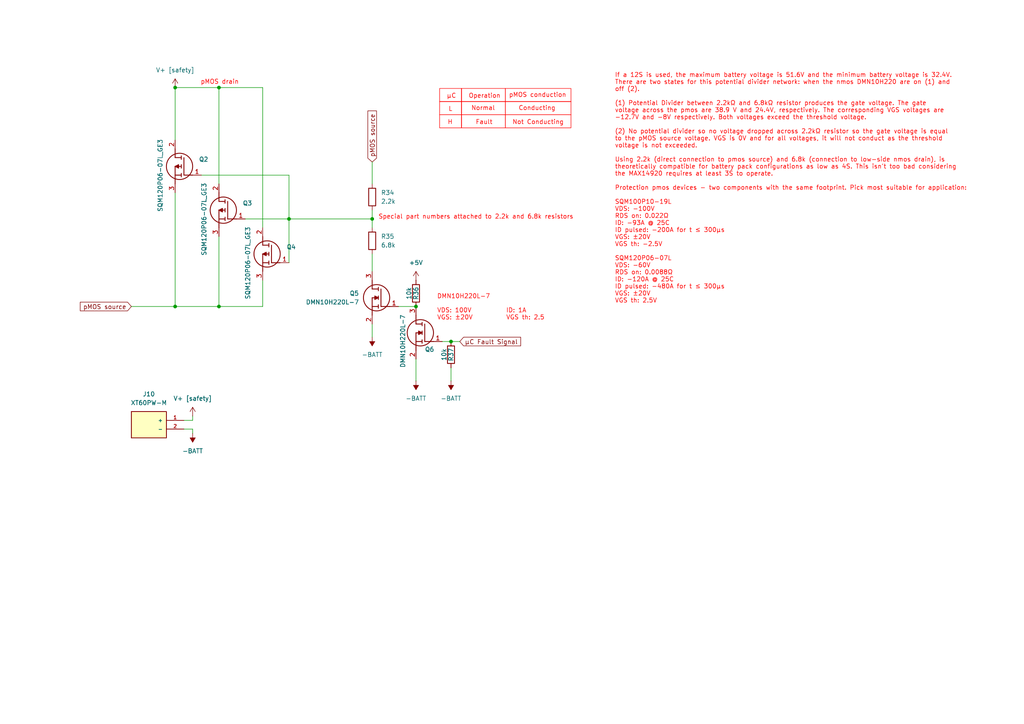
<source format=kicad_sch>
(kicad_sch (version 20250114) (generator "eeschema") (generator_version "9.0")
  (paper "A4")
  (title_block (title "IEM - Battery Management System") (date "2024-12-21") (rev "Rev 1.2") (company "Imperial Eco Marathon") (comment 1 "Designed by Anthony Ng") (comment 2 "Reviewed by "))
  (lib_symbols
    (symbol "DMN10H220L-7:DMN10H220L-7" (pin_names (hide yes))
      (property "Reference" "Q" (at 11.43 3.81 0))
      (property "Value" "DMN10H220L-7" (at 11.43 1.27 0))
      (symbol "DMN10H220L-7_1_1"
        (polyline (pts (xy 2.54 0) (xy 5.08 0)) (stroke (width 0.254)))
        (polyline (pts (xy 5.08 5.08) (xy 5.08 0)) (stroke (width 0.254)))
        (polyline (pts (xy 5.842 5.588) (xy 5.842 4.572)) (stroke (width 0.254)))
        (polyline (pts (xy 5.842 2.54) (xy 6.858 3.048) (xy 6.858 2.032) (xy 5.842 2.54)) (stroke (width 0.254)) (fill (type outline)))
        (polyline (pts (xy 5.842 2.032) (xy 5.842 3.048)) (stroke (width 0.254)))
        (polyline (pts (xy 5.842 0) (xy 7.62 0)) (stroke (width 0.254)))
        (polyline (pts (xy 5.842 -0.508) (xy 5.842 0.508)) (stroke (width 0.254)))
        (circle (center 6.35 2.54) (radius 3.81) (stroke (width 0.254)))
        (polyline (pts (xy 7.62 5.08) (xy 5.842 5.08)) (stroke (width 0.254)))
        (polyline (pts (xy 7.62 5.08) (xy 7.62 7.62)) (stroke (width 0.254)))
        (polyline (pts (xy 7.62 2.54) (xy 5.842 2.54)) (stroke (width 0.254)))
        (polyline (pts (xy 7.62 2.54) (xy 7.62 -2.54)) (stroke (width 0.254)))
        (pin passive line (at 0 0 0) (length 2.54) (name "G") (number "1"))
        (pin passive line (at 7.62 10.16 270) (length 2.54) (name "D") (number "3"))
        (pin passive line (at 7.62 -5.08 90) (length 2.54) (name "S") (number "2"))
      )
    )
    (symbol "Device:R" (pin_numbers (hide yes)) (pin_names (offset 0))
      (property "Reference" "R" (at 2.032 0 90))
      (property "Value" "R" (at 0 0 90))
      (symbol "R_0_1"
        (rectangle (start -1.016 -2.54) (end 1.016 2.54) (stroke (width 0.254)))
      )
      (symbol "R_1_1"
        (pin passive line (at 0 3.81 270) (length 1.27) (name "~") (number "1"))
        (pin passive line (at 0 -3.81 90) (length 1.27) (name "~") (number "2"))
      )
    )
    (symbol "SQM120P06-07L_GE3:SQM120P06-07L_GE3" (pin_names (hide yes))
      (property "Reference" "Q" (at 11.43 3.81 0))
      (property "Value" "SQM120P06-07L_GE3" (at 11.43 1.27 0))
      (symbol "SQM120P06-07L_GE3_1_1"
        (polyline (pts (xy 2.54 0) (xy 5.08 0)) (stroke (width 0.254)))
        (polyline (pts (xy 5.08 5.08) (xy 5.08 0)) (stroke (width 0.254)))
        (polyline (pts (xy 5.842 5.588) (xy 5.842 4.572)) (stroke (width 0.254)))
        (polyline (pts (xy 5.842 2.032) (xy 5.842 3.048)) (stroke (width 0.254)))
        (polyline (pts (xy 5.842 0) (xy 7.62 0)) (stroke (width 0.254)))
        (polyline (pts (xy 5.842 -0.508) (xy 5.842 0.508)) (stroke (width 0.254)))
        (circle (center 6.35 2.54) (radius 3.81) (stroke (width 0.254)))
        (polyline (pts (xy 7.62 5.08) (xy 5.842 5.08)) (stroke (width 0.254)))
        (polyline (pts (xy 7.62 5.08) (xy 7.62 7.62)) (stroke (width 0.254)))
        (polyline (pts (xy 7.62 2.54) (xy 5.842 2.54)) (stroke (width 0.254)))
        (polyline (pts (xy 7.62 2.54) (xy 7.62 -2.54)) (stroke (width 0.254)))
        (polyline (pts (xy 7.62 2.54) (xy 6.604 3.048) (xy 6.604 2.032) (xy 7.62 2.54)) (stroke (width 0.254)) (fill (type outline)))
        (pin passive line (at 0 0 0) (length 2.54) (name "G") (number "1"))
        (pin passive line (at 7.62 10.16 270) (length 2.54) (name "D") (number "2"))
        (pin passive line (at 7.62 -5.08 90) (length 2.54) (name "S") (number "3"))
      )
    )
    (symbol "XT60PW-M:XT60PW-M" (pin_names (offset 1.016))
      (property "Reference" "J" (at -5.08 5.7234 0))
      (property "Value" "XT60PW-M" (at -5.08 -5.0923 0))
      (symbol "XT60PW-M_0_0"
        (rectangle (start -5.08 -2.54) (end 5.08 5.08) (stroke (width 0.254)) (fill (type background)))
        (pin passive line (at -10.16 2.54 0) (length 5.08) (name "+") (number "1"))
        (pin passive line (at -10.16 0 0) (length 5.08) (name "-") (number "2"))
      )
    )
    (symbol "power:+5V" (power) (pin_numbers (hide yes)) (pin_names (offset 0) (hide yes))
      (property "Value" "+5V" (at 0 3.556 0))
      (symbol "+5V_0_1"
        (polyline (pts (xy -0.762 1.27) (xy 0 2.54)))
        (polyline (pts (xy 0 2.54) (xy 0.762 1.27)))
        (polyline (pts (xy 0 0) (xy 0 2.54)))
      )
      (symbol "+5V_1_1"
        (pin power_in line (at 0 0 90) (length 0) (name "~") (number "1"))
      )
    )
    (symbol "power:-BATT" (power) (pin_numbers (hide yes)) (pin_names (offset 0) (hide yes))
      (property "Value" "-BATT" (at 0 3.556 0))
      (symbol "-BATT_0_1"
        (polyline (pts (xy 0 0) (xy 0 2.54)))
        (polyline (pts (xy 0.762 1.27) (xy -0.762 1.27) (xy 0 2.54) (xy 0.762 1.27)) (fill (type outline)))
      )
      (symbol "-BATT_1_1"
        (pin power_in line (at 0 0 90) (length 0) (name "~") (number "1"))
      )
    )
    (symbol "power:PWR_FLAG" (power) (pin_numbers (hide yes)) (pin_names (offset 0) (hide yes))
      (property "Value" "PWR_FLAG" (at 0 3.81 0))
      (symbol "PWR_FLAG_0_0"
        (pin power_out line (at 0 0 90) (length 0) (name "~") (number "1"))
      )
      (symbol "PWR_FLAG_0_1"
        (polyline (pts (xy 0 0) (xy 0 1.27) (xy -1.016 1.905) (xy 0 2.54) (xy 1.016 1.905) (xy 0 1.27)))
      )
    )
    (symbol "power:Vdrive" (power) (pin_numbers (hide yes)) (pin_names (offset 0) (hide yes))
      (property "Value" "Vdrive" (at 0 3.556 0))
      (symbol "Vdrive_0_1"
        (polyline (pts (xy -0.762 1.27) (xy 0 2.54)))
        (polyline (pts (xy 0 2.54) (xy 0.762 1.27)))
        (polyline (pts (xy 0 0) (xy 0 2.54)))
      )
      (symbol "Vdrive_1_1"
        (pin power_in line (at 0 0 90) (length 0) (name "~") (number "1"))
      )
    )
  )
  (rectangle (start 133.858 25.654) (end 146.558 29.464) (stroke (width 0) (color 255 0 0 1)))
  (rectangle (start 146.558 29.464) (end 165.608 33.274) (stroke (width 0) (color 255 0 0 1)))
  (rectangle (start 133.858 33.274) (end 146.558 37.084) (stroke (width 0) (color 255 0 0 1)))
  (rectangle (start 133.858 29.464) (end 146.558 33.274) (stroke (width 0) (color 255 0 0 1)))
  (rectangle (start 127.508 25.654) (end 133.858 29.464) (stroke (width 0) (color 255 0 0 1)))
  (rectangle (start 127.508 33.274) (end 133.858 37.084) (stroke (width 0) (color 255 0 0 1)))
  (rectangle (start 146.558 33.274) (end 165.608 37.084) (stroke (width 0) (color 255 0 0 1)))
  (rectangle (start 146.558 25.654) (end 165.608 29.464) (stroke (width 0) (color 255 0 0 1)))
  (rectangle (start 127.508 29.464) (end 133.858 33.274) (stroke (width 0) (color 255 0 0 1)))
  (text "pMOS drain" (at 58.166 23.876 0) (effects (font (size 1.27 1.27)) (justify left)))
  (text "Normal" (at 136.652 31.496 0) (effects (font (size 1.27 1.27)) (justify left)))
  (text "Not Conducting" (at 148.59 35.56 0) (effects (font (size 1.27 1.27)) (justify left)))
  (text "pMOS conduction" (at 147.574 27.686 0) (effects (font (size 1.27 1.27)) (justify left)))
  (text "If a 12S is used, the maximum battery voltage is 51.6V and the minimum battery voltage is 32.4V.\nThere are two states for this potential divider network: when the nmos DMN10H220 are on (1) and\noff (2). \n\n(1) Potential Divider between 2.2kΩ and 6.8kΩ resistor produces the gate voltage. The gate \nvoltage across the pmos are 38.9 V and 24.4V, respectively. The corresponding VGS voltages are \n-12.7V and -8V respectively. Both voltages exceed the threshold voltage.\n\n(2) No potential divider so no voltage dropped across 2.2kΩ resistor so the gate voltage is equal\nto the pMOS source voltage. VGS is 0V and for all voltages, it will not conduct as the threshold\nvoltage is not exceeded.  \n\nUsing 2.2k (direct connection to pmos source) and 6.8k (connection to low-side nmos drain), is \ntheoretically compatible for battery pack configurations as low as 4S. This isn't too bad considering\nthe MAX14920 requires at least 3S to operate.  \n\nProtection pmos devices - two components with the same footprint. Pick most suitable for application:\n\nSQM100P10-19L\nVDS: -100V\nRDS on: 0.022Ω\nID: -93A @ 25C\nID pulsed: -200A for t ≤ 300µs\nVGS: ±20V\nVGS th: -2.5V\n\nSQM120P06-07L\nVDS: -60V\nRDS on: 0.0088Ω\nID: -120A @ 25C\nID pulsed: -480A for t ≤ 300µs\nVGS: ±20V\nVGS th: 2.5V" (at 178.308 54.61 0) (effects (font (size 1.27 1.27)) (justify left)))
  (text "Operation" (at 135.89 27.94 0) (effects (font (size 1.27 1.27)) (justify left)))
  (text "Fault" (at 137.922 35.56 0) (effects (font (size 1.27 1.27)) (justify left)))
  (text "Special part numbers attached to 2.2k and 6.8k resistors" (at 109.728 62.992 0) (effects (font (size 1.27 1.27)) (justify left)))
  (text "H" (at 129.794 35.56 0) (effects (font (size 1.27 1.27)) (justify left)))
  (text "L" (at 130.048 31.75 0) (effects (font (size 1.27 1.27)) (justify left)))
  (text "DMN10H220L-7\n\nVDS: 100V		ID: 1A\nVGS: ±20V		VGS th: 2.5" (at 126.746 89.154 0) (effects (font (size 1.27 1.27)) (justify left)))
  (text "Conducting" (at 150.368 31.496 0) (effects (font (size 1.27 1.27)) (justify left)))
  (text "µC" (at 129.54 27.94 0) (effects (font (size 1.27 1.27)) (justify left)))
  (junction (at 120.65 88.9))
  (junction (at 63.5 88.9))
  (junction (at 107.95 63.5))
  (junction (at 130.81 99.06))
  (junction (at 50.8 88.9))
  (junction (at 50.8 25.4))
  (junction (at 83.82 63.5))
  (junction (at 63.5 25.4))
  (wire (pts (xy 50.8 88.9) (xy 63.5 88.9)))
  (wire (pts (xy 53.34 124.46) (xy 55.88 124.46)))
  (wire (pts (xy 76.2 25.4) (xy 63.5 25.4)))
  (wire (pts (xy 50.8 25.4) (xy 63.5 25.4)))
  (wire (pts (xy 107.95 60.96) (xy 107.95 63.5)))
  (wire (pts (xy 50.8 55.88) (xy 50.8 88.9)))
  (wire (pts (xy 76.2 66.04) (xy 76.2 25.4)))
  (wire (pts (xy 71.12 63.5) (xy 83.82 63.5)))
  (wire (pts (xy 107.95 93.98) (xy 107.95 97.79)))
  (wire (pts (xy 128.27 99.06) (xy 130.81 99.06)))
  (wire (pts (xy 83.82 63.5) (xy 107.95 63.5)))
  (wire (pts (xy 130.81 106.68) (xy 130.81 110.49)))
  (wire (pts (xy 63.5 88.9) (xy 63.5 68.58)))
  (wire (pts (xy 55.88 120.65) (xy 55.88 121.92)))
  (wire (pts (xy 83.82 50.8) (xy 83.82 63.5)))
  (wire (pts (xy 58.42 50.8) (xy 83.82 50.8)))
  (wire (pts (xy 55.88 124.46) (xy 55.88 125.73)))
  (wire (pts (xy 107.95 63.5) (xy 107.95 66.04)))
  (wire (pts (xy 130.81 99.06) (xy 133.35 99.06)))
  (wire (pts (xy 107.95 73.66) (xy 107.95 78.74)))
  (wire (pts (xy 83.82 63.5) (xy 83.82 76.2)))
  (wire (pts (xy 120.65 104.14) (xy 120.65 110.49)))
  (wire (pts (xy 76.2 81.28) (xy 76.2 88.9)))
  (wire (pts (xy 76.2 88.9) (xy 63.5 88.9)))
  (wire (pts (xy 107.95 46.99) (xy 107.95 53.34)))
  (wire (pts (xy 55.88 121.92) (xy 53.34 121.92)))
  (wire (pts (xy 38.1 88.9) (xy 50.8 88.9)))
  (wire (pts (xy 50.8 40.64) (xy 50.8 25.4)))
  (wire (pts (xy 63.5 25.4) (xy 63.5 53.34)))
  (wire (pts (xy 115.57 88.9) (xy 120.65 88.9)))
  (global_label "pMOS source" (shape input) (at 107.95 46.99 90) (property "Intersheetrefs" "${INTERSHEET_REFS}" (effects (hide yes))))
  (global_label "µC Fault Signal" (shape input) (at 133.35 99.06 0) (property "Intersheetrefs" "${INTERSHEET_REFS}" (effects (hide yes))))
  (global_label "pMOS source" (shape input) (at 38.1 88.9 180) (property "Intersheetrefs" "${INTERSHEET_REFS}" (effects (hide yes))))
  (symbol (lib_id "DMN10H220L-7:DMN10H220L-7") (at 115.57 88.9 0) (mirror y) (unit 1)
    (property "Reference" "Q5" (at 104.14 85.0899 0) (effects (justify left)))
    (property "Value" "DMN10H220L-7" (at 104.14 87.6299 0) (effects (justify left)))
    (property "Footprint" "DMN10H220L-7:SOT96P240X115-3N" (effects (hide yes)))
    (property "Datasheet" "https://www.diodes.com//assets/Datasheets/DMN10H220L.pdf" (effects (hide yes)))
    (property "Description" "Diodes Inc DMN10H220L-7 N-channel MOSFET Transistor, 1.6 A, 100 V, 3-Pin SOT-223" (effects (hide yes)))
    (property "Height" "1.15" (effects (hide yes)))
    (property "Manufacturer_Name" "Diodes Incorporated" (effects (hide yes)))
    (property "Manufacturer_Part_Number" "DMN10H220L-7" (effects (hide yes)))
    (property "Mouser Part Number" "621-DMN10H220L-7" (effects (hide yes)))
    (property "Mouser Price/Stock" "https://www.mouser.co.uk/ProductDetail/Diodes-Incorporated/DMN10H220L-7?qs=M%2FOdCRO8QQ1UQcucluOqow%3D%3D" (effects (hide yes)))
    (property "Arrow Part Number" "DMN10H220L-7" (effects (hide yes)))
    (property "Arrow Price/Stock" "https://www.arrow.com/en/products/dmn10h220l-7/diodes-incorporated?region=asia" (effects (hide yes)))
  )
  (symbol (lib_id "SQM120P06-07L_GE3:SQM120P06-07L_GE3") (at 58.42 50.8 0) (mirror y) (unit 1)
    (property "Reference" "Q2" (at 60.452 46.228 0) (effects (justify left)))
    (property "Value" "SQM120P06-07L_GE3" (at 46.482 61.468 90) (effects (justify left)))
    (property "Footprint" "SQM120P06-07L_GE3:SQM120P0607L_GE3" (effects (hide yes)))
    (property "Datasheet" "https://datasheet.datasheetarchive.com/originals/distributors/DKDS-23/454361.pdf" (effects (hide yes)))
    (property "Description" "VISHAY - SQM120P06-07L_GE3 - MOSFET, AEC-Q101, P-CH, -60V, -120A" (effects (hide yes)))
    (property "Height" "4.826" (effects (hide yes)))
    (property "Manufacturer_Name" "Vishay" (effects (hide yes)))
    (property "Manufacturer_Part_Number" "SQM120P06-07L_GE3" (effects (hide yes)))
    (property "Mouser Part Number" "78-SQM120P06-07L_GE3" (effects (hide yes)))
    (property "Mouser Price/Stock" "https://www.mouser.co.uk/ProductDetail/Vishay-Siliconix/SQM120P06-07L_GE3?qs=jHkklCh7amhhYp5d0SzndA%3D%3D" (effects (hide yes)))
    (property "Arrow Part Number" "SQM120P06-07L_GE3" (effects (hide yes)))
    (property "Arrow Price/Stock" "https://www.arrow.com/en/products/sqm120p06-07l-ge3/vishay?region=nac" (effects (hide yes)))
  )
  (symbol (lib_id "power:-BATT") (at 130.81 110.49 0) (mirror x) (unit 1)
    (property "Reference" "#PWR081" (effects (hide yes)))
    (property "Value" "-BATT" (at 130.81 115.57 0))
    (property "Description" "Power symbol creates a global label with name \"-BATT\"" (effects (hide yes)))
  )
  (symbol (lib_id "SQM120P06-07L_GE3:SQM120P06-07L_GE3") (at 71.12 63.5 0) (mirror y) (unit 1)
    (property "Reference" "Q3" (at 73.152 58.928 0) (effects (justify left)))
    (property "Value" "SQM120P06-07L_GE3" (at 59.182 74.168 90) (effects (justify left)))
    (property "Footprint" "SQM120P06-07L_GE3:SQM120P0607L_GE3" (effects (hide yes)))
    (property "Datasheet" "https://datasheet.datasheetarchive.com/originals/distributors/DKDS-23/454361.pdf" (effects (hide yes)))
    (property "Description" "VISHAY - SQM120P06-07L_GE3 - MOSFET, AEC-Q101, P-CH, -60V, -120A" (effects (hide yes)))
    (property "Height" "4.826" (effects (hide yes)))
    (property "Manufacturer_Name" "Vishay" (effects (hide yes)))
    (property "Manufacturer_Part_Number" "SQM120P06-07L_GE3" (effects (hide yes)))
    (property "Mouser Part Number" "78-SQM120P06-07L_GE3" (effects (hide yes)))
    (property "Mouser Price/Stock" "https://www.mouser.co.uk/ProductDetail/Vishay-Siliconix/SQM120P06-07L_GE3?qs=jHkklCh7amhhYp5d0SzndA%3D%3D" (effects (hide yes)))
    (property "Arrow Part Number" "SQM120P06-07L_GE3" (effects (hide yes)))
    (property "Arrow Price/Stock" "https://www.arrow.com/en/products/sqm120p06-07l-ge3/vishay?region=nac" (effects (hide yes)))
  )
  (symbol (lib_id "Device:R") (at 107.95 69.85 0) (unit 1)
    (property "Reference" "R35" (at 110.49 68.5799 0) (effects (justify left)))
    (property "Value" "6.8k" (at 110.49 71.1199 0) (effects (justify left)))
    (property "Footprint" "Resistor_SMD:R_2512_6332Metric_Pad1.40x3.35mm_HandSolder" (effects (hide yes)))
    (property "Datasheet" "https://www.mouser.co.uk/datasheet/2/54/cr-1858361.pdf" (effects (hide yes)))
    (property "Description" "CR2512-JW-682ELF" (effects (hide yes)))
  )
  (symbol (lib_id "Device:R") (at 107.95 57.15 0) (unit 1)
    (property "Reference" "R34" (at 110.49 55.8799 0) (effects (justify left)))
    (property "Value" "2.2k" (at 110.49 58.4199 0) (effects (justify left)))
    (property "Footprint" "Resistor_SMD:R_2512_6332Metric_Pad1.40x3.35mm_HandSolder" (effects (hide yes)))
    (property "Datasheet" "https://www.mouser.co.uk/datasheet/2/447/YAGEO_PYu_RC_Group_51_RoHS_L_12-3313492.pdf" (effects (hide yes)))
    (property "Description" "RC2512JK-072K2L" (effects (hide yes)))
  )
  (symbol (lib_id "DMN10H220L-7:DMN10H220L-7") (at 128.27 99.06 0) (mirror y) (unit 1)
    (property "Reference" "Q6" (at 125.984 101.346 0) (effects (justify left)))
    (property "Value" "DMN10H220L-7" (at 116.84 106.68 90) (effects (justify left)))
    (property "Footprint" "DMN10H220L-7:SOT96P240X115-3N" (effects (hide yes)))
    (property "Datasheet" "https://www.diodes.com//assets/Datasheets/DMN10H220L.pdf" (effects (hide yes)))
    (property "Description" "Diodes Inc DMN10H220L-7 N-channel MOSFET Transistor, 1.6 A, 100 V, 3-Pin SOT-223" (effects (hide yes)))
    (property "Height" "1.15" (effects (hide yes)))
    (property "Manufacturer_Name" "Diodes Incorporated" (effects (hide yes)))
    (property "Manufacturer_Part_Number" "DMN10H220L-7" (effects (hide yes)))
    (property "Mouser Part Number" "621-DMN10H220L-7" (effects (hide yes)))
    (property "Mouser Price/Stock" "https://www.mouser.co.uk/ProductDetail/Diodes-Incorporated/DMN10H220L-7?qs=M%2FOdCRO8QQ1UQcucluOqow%3D%3D" (effects (hide yes)))
    (property "Arrow Part Number" "DMN10H220L-7" (effects (hide yes)))
    (property "Arrow Price/Stock" "https://www.arrow.com/en/products/dmn10h220l-7/diodes-incorporated?region=asia" (effects (hide yes)))
  )
  (symbol (lib_id "power:Vdrive") (at 50.8 25.4 0) (unit 1)
    (property "Reference" "#PWR075" (effects (hide yes)))
    (property "Value" "V+ [safety]" (at 50.8 20.32 0))
    (property "Description" "Power symbol creates a global label with name \"Vdrive\"" (effects (hide yes)))
  )
  (symbol (lib_id "power:Vdrive") (at 55.88 120.65 0) (unit 1)
    (property "Reference" "#PWR076" (effects (hide yes)))
    (property "Value" "V+ [safety]" (at 55.88 115.57 0))
    (property "Description" "Power symbol creates a global label with name \"Vdrive\"" (effects (hide yes)))
  )
  (symbol (lib_id "power:-BATT") (at 120.65 110.49 0) (mirror x) (unit 1)
    (property "Reference" "#PWR080" (effects (hide yes)))
    (property "Value" "-BATT" (at 120.65 115.57 0))
    (property "Description" "Power symbol creates a global label with name \"-BATT\"" (effects (hide yes)))
  )
  (symbol (lib_id "power:-BATT") (at 107.95 97.79 0) (mirror x) (unit 1)
    (property "Reference" "#PWR078" (effects (hide yes)))
    (property "Value" "-BATT" (at 107.95 102.87 0))
    (property "Description" "Power symbol creates a global label with name \"-BATT\"" (effects (hide yes)))
  )
  (symbol (lib_id "XT60PW-M:XT60PW-M") (at 43.18 124.46 0) (mirror y) (unit 1)
    (property "Reference" "J10" (at 43.18 114.3 0))
    (property "Value" "XT60PW-M" (at 43.18 116.84 0))
    (property "Footprint" "XT60PW-M:AMASS_XT60PW-M" (effects (hide yes)))
    (property "MF" "AMASS" (effects (hide yes)))
    (property "MAXIMUM_PACKAGE_HEIGHT" "8.4 mm" (effects (hide yes)))
    (property "Package" "Package" (effects (hide yes)))
    (property "Price" "None" (effects (hide yes)))
    (property "Check_prices" "https://www.snapeda.com/parts/XT60PW-M/AMASS/view-part/?ref=eda" (effects (hide yes)))
    (property "STANDARD" "Manufacturer recommendations" (effects (hide yes)))
    (property "PARTREV" "V1.2" (effects (hide yes)))
    (property "SnapEDA_Link" "https://www.snapeda.com/parts/XT60PW-M/AMASS/view-part/?ref=snap" (effects (hide yes)))
    (property "MP" "XT60PW-M" (effects (hide yes)))
    (property "Description_1" "\n                        \n                            Socket, DC supply, male, PIN: 2\n                        \n" (effects (hide yes)))
    (property "Availability" "Not in stock" (effects (hide yes)))
    (property "MANUFACTURER" "AMASS" (effects (hide yes)))
  )
  (symbol (lib_id "power:+5V") (at 120.65 81.28 0) (unit 1)
    (property "Reference" "#PWR079" (effects (hide yes)))
    (property "Value" "+5V" (at 120.65 76.2 0))
    (property "Description" "Power symbol creates a global label with name \"+5V\"" (effects (hide yes)))
  )
  (symbol (lib_id "Device:R") (at 120.65 85.09 180) (unit 1)
    (property "Reference" "R36" (at 120.65 85.09 90))
    (property "Value" "10k" (at 118.618 85.09 90))
    (property "Footprint" "Resistor_SMD:R_0805_2012Metric_Pad1.20x1.40mm_HandSolder" (effects (hide yes)))
    (property "Description" "Resistor" (effects (hide yes)))
  )
  (symbol (lib_id "power:Vdrive") (at -12.7 25.4 0) (unit 1)
    (property "Reference" "#PWR074" (effects (hide yes)))
    (property "Value" "V+ [safety]" (at -12.7 20.32 0))
    (property "Description" "Power symbol creates a global label with name \"Vdrive\"" (effects (hide yes)))
  )
  (symbol (lib_id "power:PWR_FLAG") (at -12.7 25.4 180) (unit 1)
    (property "Reference" "#FLG05" (effects (hide yes)))
    (property "Value" "PWR_FLAG" (at -12.7 30.48 0))
    (property "Description" "Special symbol for telling ERC where power comes from" (effects (hide yes)))
  )
  (symbol (lib_id "SQM120P06-07L_GE3:SQM120P06-07L_GE3") (at 83.82 76.2 0) (mirror y) (unit 1)
    (property "Reference" "Q4" (at 85.852 71.628 0) (effects (justify left)))
    (property "Value" "SQM120P06-07L_GE3" (at 71.882 86.868 90) (effects (justify left)))
    (property "Footprint" "SQM120P06-07L_GE3:SQM120P0607L_GE3" (effects (hide yes)))
    (property "Datasheet" "https://datasheet.datasheetarchive.com/originals/distributors/DKDS-23/454361.pdf" (effects (hide yes)))
    (property "Description" "VISHAY - SQM120P06-07L_GE3 - MOSFET, AEC-Q101, P-CH, -60V, -120A" (effects (hide yes)))
    (property "Height" "4.826" (effects (hide yes)))
    (property "Manufacturer_Name" "Vishay" (effects (hide yes)))
    (property "Manufacturer_Part_Number" "SQM120P06-07L_GE3" (effects (hide yes)))
    (property "Mouser Part Number" "78-SQM120P06-07L_GE3" (effects (hide yes)))
    (property "Mouser Price/Stock" "https://www.mouser.co.uk/ProductDetail/Vishay-Siliconix/SQM120P06-07L_GE3?qs=jHkklCh7amhhYp5d0SzndA%3D%3D" (effects (hide yes)))
    (property "Arrow Part Number" "SQM120P06-07L_GE3" (effects (hide yes)))
    (property "Arrow Price/Stock" "https://www.arrow.com/en/products/sqm120p06-07l-ge3/vishay?region=nac" (effects (hide yes)))
  )
  (symbol (lib_id "power:-BATT") (at 55.88 125.73 0) (mirror x) (unit 1)
    (property "Reference" "#PWR077" (effects (hide yes)))
    (property "Value" "-BATT" (at 55.88 130.81 0))
    (property "Description" "Power symbol creates a global label with name \"-BATT\"" (effects (hide yes)))
  )
  (symbol (lib_id "Device:R") (at 130.81 102.87 180) (unit 1)
    (property "Reference" "R37" (at 130.81 102.87 90))
    (property "Value" "10k" (at 128.778 102.87 90))
    (property "Footprint" "Resistor_SMD:R_0805_2012Metric_Pad1.20x1.40mm_HandSolder" (effects (hide yes)))
    (property "Description" "Resistor" (effects (hide yes)))
  )
)
</source>
